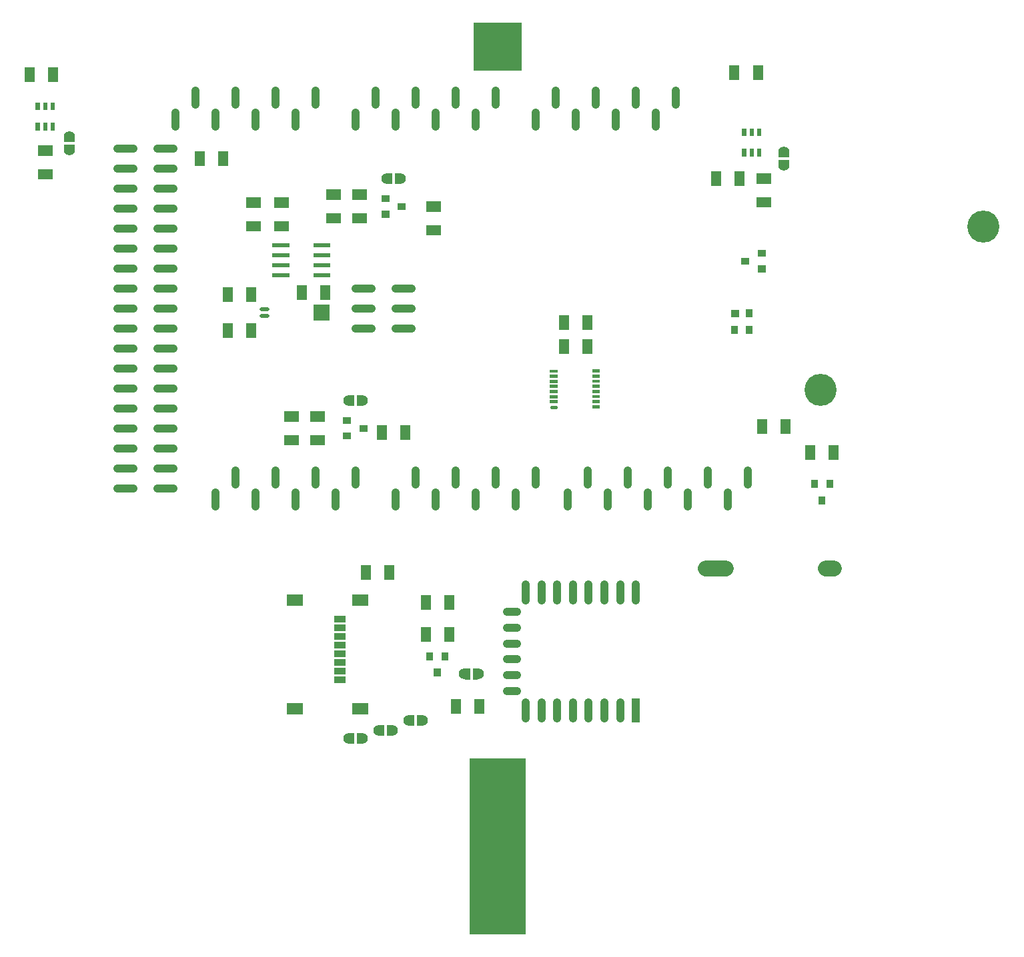
<source format=gbr>
G04 start of page 12 for group -4014 idx -4014 *
G04 Title: Heart, bottompaste *
G04 Creator: pcb 4.0.2 *
G04 CreationDate: Wed Apr  3 09:48:59 2019 UTC *
G04 For: alez *
G04 Format: Gerber/RS-274X *
G04 PCB-Dimensions (mil): 5906.00 5906.00 *
G04 PCB-Coordinate-Origin: lower left *
%MOIN*%
%FSLAX25Y25*%
%LNBOTTOMPASTE*%
%ADD68C,0.1600*%
%ADD67C,0.0800*%
%ADD66C,0.0197*%
%ADD65C,0.0160*%
%ADD64C,0.0400*%
%ADD63C,0.0550*%
%ADD62C,0.0001*%
G54D62*G36*
X415830Y455203D02*X410712D01*
Y447723D01*
X415830D01*
Y455203D01*
G37*
G36*
X427640D02*X422522D01*
Y447723D01*
X427640D01*
Y455203D01*
G37*
G36*
X63654Y454340D02*X58536D01*
Y446860D01*
X63654D01*
Y454340D01*
G37*
G36*
X75464D02*X70346D01*
Y446860D01*
X75464D01*
Y454340D01*
G37*
G36*
X330654Y330340D02*X325536D01*
Y322860D01*
X330654D01*
Y330340D01*
G37*
G36*
X342464D02*X337346D01*
Y322860D01*
X342464D01*
Y330340D01*
G37*
G36*
X418464Y402340D02*X413346D01*
Y394860D01*
X418464D01*
Y402340D01*
G37*
G36*
X406654D02*X401536D01*
Y394860D01*
X406654D01*
Y402340D01*
G37*
G54D63*X438000Y412000D03*
G54D62*G36*
X435250Y411750D02*Y409250D01*
X440750D01*
Y411750D01*
X435250D01*
G37*
G54D63*X438000Y405200D03*
G54D62*G36*
X435250Y407950D02*Y405450D01*
X440750D01*
Y407950D01*
X435250D01*
G37*
G54D63*X81000Y419600D03*
G54D62*G36*
X78250Y419350D02*Y416850D01*
X83750D01*
Y419350D01*
X78250D01*
G37*
G54D63*X81000Y412800D03*
G54D62*G36*
X78250Y415550D02*Y413050D01*
X83750D01*
Y415550D01*
X78250D01*
G37*
G36*
X66342Y436686D02*X64178D01*
Y432750D01*
X66342D01*
Y436686D01*
G37*
G36*
X70082D02*X67918D01*
Y432750D01*
X70082D01*
Y436686D01*
G37*
G36*
X73822D02*X71658D01*
Y432750D01*
X73822D01*
Y436686D01*
G37*
G36*
Y426450D02*X71658D01*
Y422514D01*
X73822D01*
Y426450D01*
G37*
G36*
X70082D02*X67918D01*
Y422514D01*
X70082D01*
Y426450D01*
G37*
G36*
X66342D02*X64178D01*
Y422514D01*
X66342D01*
Y426450D01*
G37*
G54D64*X125000Y243600D02*X133000D01*
X125000Y253600D02*X133000D01*
X125000Y263600D02*X133000D01*
X125000Y273600D02*X133000D01*
X125000Y283600D02*X133000D01*
X125000Y293600D02*X133000D01*
X125000Y303600D02*X133000D01*
X125000Y313600D02*X133000D01*
X125000Y323600D02*X133000D01*
X125000Y333600D02*X133000D01*
X125000Y343600D02*X133000D01*
X125000Y353600D02*X133000D01*
X125000Y363600D02*X133000D01*
X125000Y373600D02*X133000D01*
X125000Y383600D02*X133000D01*
X125000Y393600D02*X133000D01*
X125000Y403600D02*X133000D01*
X125000Y413600D02*X133000D01*
X105000Y243600D02*X113000D01*
X105000Y253600D02*X113000D01*
X105000Y263600D02*X113000D01*
X105000Y273600D02*X113000D01*
X105000Y283600D02*X113000D01*
X105000Y293600D02*X113000D01*
X105000Y303600D02*X113000D01*
X105000Y313600D02*X113000D01*
X105000Y323600D02*X113000D01*
X105000Y333600D02*X113000D01*
X105000Y343600D02*X113000D01*
X105000Y353600D02*X113000D01*
X105000Y363600D02*X113000D01*
X105000Y373600D02*X113000D01*
X105000Y383600D02*X113000D01*
X105000Y393600D02*X113000D01*
X105000Y403600D02*X113000D01*
X105000Y413600D02*X113000D01*
X224000Y323600D02*X232000D01*
X224000Y343600D02*X232000D01*
X224000Y333600D02*X232000D01*
X244000Y343600D02*X252000D01*
X244000Y333600D02*X252000D01*
X244000Y323600D02*X252000D01*
X420000Y252600D02*Y245600D01*
X410000Y241600D02*Y234600D01*
X400000Y252600D02*Y245600D01*
X390000Y241600D02*Y234600D01*
X380000Y252600D02*Y245600D01*
X370000Y241600D02*Y234600D01*
X360000Y252600D02*Y245600D01*
X350000Y241600D02*Y234600D01*
X340000Y252600D02*Y245600D01*
X330000Y241600D02*Y234600D01*
X244000Y241600D02*Y234600D01*
X254000Y252600D02*Y245600D01*
X264000Y241600D02*Y234600D01*
X274000Y252600D02*Y245600D01*
X284000Y241600D02*Y234600D01*
X294000Y252600D02*Y245600D01*
X304000Y241600D02*Y234600D01*
X314000Y252600D02*Y245600D01*
X224000Y252600D02*Y245600D01*
X214000Y241600D02*Y234600D01*
X204000Y252600D02*Y245600D01*
X194000Y241600D02*Y234600D01*
X184000Y252600D02*Y245600D01*
X174000Y241600D02*Y234600D01*
X164000Y252600D02*Y245600D01*
X154000Y241600D02*Y234600D01*
X204000Y442600D02*Y435600D01*
X194000Y431600D02*Y424600D01*
X184000Y442600D02*Y435600D01*
X174000Y431600D02*Y424600D01*
X164000Y442600D02*Y435600D01*
X154000Y431600D02*Y424600D01*
X144000Y442600D02*Y435600D01*
X134000Y431600D02*Y424600D01*
X294000Y442600D02*Y435600D01*
X284000Y431600D02*Y424600D01*
X274000Y442600D02*Y435600D01*
X264000Y431600D02*Y424600D01*
X254000Y442600D02*Y435600D01*
X244000Y431600D02*Y424600D01*
X234000Y442600D02*Y435600D01*
X224000Y431600D02*Y424600D01*
X384000Y442600D02*Y435600D01*
X374000Y431600D02*Y424600D01*
X364000Y442600D02*Y435600D01*
X354000Y431600D02*Y424600D01*
X344000Y442600D02*Y435600D01*
X334000Y431600D02*Y424600D01*
X324000Y442600D02*Y435600D01*
X314000Y431600D02*Y424600D01*
G54D62*G36*
X189783Y190453D02*Y184744D01*
X197658D01*
Y190453D01*
X189783D01*
G37*
G36*
Y136320D02*Y130611D01*
X197658D01*
Y136320D01*
X189783D01*
G37*
G36*
X222461Y190453D02*Y184744D01*
X230335D01*
Y190453D01*
X222461D01*
G37*
G36*
Y136320D02*Y130611D01*
X230335D01*
Y136320D01*
X222461D01*
G37*
G36*
X213209Y179803D02*Y176653D01*
X219115D01*
Y179803D01*
X213209D01*
G37*
G36*
Y175472D02*Y172322D01*
X219115D01*
Y175472D01*
X213209D01*
G37*
G36*
Y171142D02*Y167992D01*
X219115D01*
Y171142D01*
X213209D01*
G37*
G36*
Y166811D02*Y163661D01*
X219115D01*
Y166811D01*
X213209D01*
G37*
G36*
Y162480D02*Y159330D01*
X219115D01*
Y162480D01*
X213209D01*
G37*
G36*
Y158149D02*Y154999D01*
X219115D01*
Y158149D01*
X213209D01*
G37*
G36*
Y153819D02*Y150669D01*
X219115D01*
Y153819D01*
X213209D01*
G37*
G36*
Y149488D02*Y146338D01*
X219115D01*
Y149488D01*
X213209D01*
G37*
G36*
X419342Y423686D02*X417177D01*
Y419750D01*
X419342D01*
Y423686D01*
G37*
G36*
X423082D02*X420918D01*
Y419750D01*
X423082D01*
Y423686D01*
G37*
G36*
X426823D02*X424658D01*
Y419750D01*
X426823D01*
Y423686D01*
G37*
G36*
Y413450D02*X424658D01*
Y409514D01*
X426823D01*
Y413450D01*
G37*
G36*
X423082D02*X420918D01*
Y409514D01*
X423082D01*
Y413450D01*
G37*
G36*
X419342D02*X417177D01*
Y409514D01*
X419342D01*
Y413450D01*
G37*
G54D65*X321900Y284300D02*X324100D01*
G54D62*G36*
X321100Y287700D02*Y286100D01*
X324900D01*
Y287700D01*
X321100D01*
G37*
G36*
Y290200D02*Y288600D01*
X324900D01*
Y290200D01*
X321100D01*
G37*
G36*
Y292800D02*Y291200D01*
X324900D01*
Y292800D01*
X321100D01*
G37*
G36*
Y295400D02*Y293800D01*
X324900D01*
Y295400D01*
X321100D01*
G37*
G36*
Y297900D02*Y296300D01*
X324900D01*
Y297900D01*
X321100D01*
G37*
G36*
Y300500D02*Y298900D01*
X324900D01*
Y300500D01*
X321100D01*
G37*
G36*
Y303000D02*Y301400D01*
X324900D01*
Y303000D01*
X321100D01*
G37*
G36*
X342300Y303100D02*Y301500D01*
X346100D01*
Y303100D01*
X342300D01*
G37*
G36*
Y300500D02*Y298900D01*
X346100D01*
Y300500D01*
X342300D01*
G37*
G36*
Y298000D02*Y296400D01*
X346100D01*
Y298000D01*
X342300D01*
G37*
G36*
Y295400D02*Y293800D01*
X346100D01*
Y295400D01*
X342300D01*
G37*
G36*
Y292800D02*Y291200D01*
X346100D01*
Y292800D01*
X342300D01*
G37*
G36*
Y290300D02*Y288700D01*
X346100D01*
Y290300D01*
X342300D01*
G37*
G36*
Y287700D02*Y286100D01*
X346100D01*
Y287700D01*
X342300D01*
G37*
G36*
Y285200D02*Y283600D01*
X346100D01*
Y285200D01*
X342300D01*
G37*
G36*
X261654Y174340D02*X256536D01*
Y166860D01*
X261654D01*
Y174340D01*
G37*
G36*
X273464D02*X268346D01*
Y166860D01*
X273464D01*
Y174340D01*
G37*
G36*
X262651Y161663D02*X259251D01*
Y157663D01*
X262651D01*
Y161663D01*
G37*
G36*
X270451D02*X267051D01*
Y157663D01*
X270451D01*
Y161663D01*
G37*
G36*
X266551Y153463D02*X263151D01*
Y149463D01*
X266551D01*
Y153463D01*
G37*
G36*
X273464Y190340D02*X268346D01*
Y182860D01*
X273464D01*
Y190340D01*
G37*
G36*
X261654D02*X256536D01*
Y182860D01*
X261654D01*
Y190340D01*
G37*
G36*
X239654Y275340D02*X234536D01*
Y267860D01*
X239654D01*
Y275340D01*
G37*
G36*
X251464D02*X246346D01*
Y267860D01*
X251464D01*
Y275340D01*
G37*
G54D63*X246400Y398600D03*
G54D62*G36*
X246150Y401350D02*X243650D01*
Y395850D01*
X246150D01*
Y401350D01*
G37*
G54D63*X239600Y398600D03*
G54D62*G36*
X242350Y401350D02*X239850D01*
Y395850D01*
X242350D01*
Y401350D01*
G37*
G54D63*X278500Y150700D03*
G54D62*G36*
X281250Y153450D02*X278750D01*
Y147950D01*
X281250D01*
Y153450D01*
G37*
G54D63*X285300Y150700D03*
G54D62*G36*
X285050Y153450D02*X282550D01*
Y147950D01*
X285050D01*
Y153450D01*
G37*
G36*
X222260Y381254D02*Y376136D01*
X229740D01*
Y381254D01*
X222260D01*
G37*
G36*
Y393064D02*Y387946D01*
X229740D01*
Y393064D01*
X222260D01*
G37*
G36*
X236967Y382382D02*Y378982D01*
X240967D01*
Y382382D01*
X236967D01*
G37*
G36*
Y390182D02*Y386782D01*
X240967D01*
Y390182D01*
X236967D01*
G37*
G36*
X245167Y386282D02*Y382882D01*
X249167D01*
Y386282D01*
X245167D01*
G37*
G36*
X209260Y393064D02*Y387946D01*
X216740D01*
Y393064D01*
X209260D01*
G37*
G36*
Y381254D02*Y376136D01*
X216740D01*
Y381254D01*
X209260D01*
G37*
G36*
X259260Y375254D02*Y370136D01*
X266740D01*
Y375254D01*
X259260D01*
G37*
G36*
Y387064D02*Y381946D01*
X266740D01*
Y387064D01*
X259260D01*
G37*
G36*
X201260Y270254D02*Y265136D01*
X208740D01*
Y270254D01*
X201260D01*
G37*
G36*
Y282064D02*Y276946D01*
X208740D01*
Y282064D01*
X201260D01*
G37*
G36*
X217741Y271435D02*Y268035D01*
X221741D01*
Y271435D01*
X217741D01*
G37*
G36*
Y279235D02*Y275835D01*
X221741D01*
Y279235D01*
X217741D01*
G37*
G36*
X225941Y275335D02*Y271935D01*
X229941D01*
Y275335D01*
X225941D01*
G37*
G36*
X188260Y282064D02*Y276946D01*
X195740D01*
Y282064D01*
X188260D01*
G37*
G36*
Y270254D02*Y265136D01*
X195740D01*
Y270254D01*
X188260D01*
G37*
G54D63*X227400Y287600D03*
G54D62*G36*
X227150Y290350D02*X224650D01*
Y284850D01*
X227150D01*
Y290350D01*
G37*
G54D63*X220600Y287600D03*
G54D62*G36*
X223350Y290350D02*X220850D01*
Y284850D01*
X223350D01*
Y290350D01*
G37*
G36*
X330654Y318340D02*X325536D01*
Y310860D01*
X330654D01*
Y318340D01*
G37*
G36*
X342464D02*X337346D01*
Y310860D01*
X342464D01*
Y318340D01*
G37*
G36*
X65260Y403254D02*Y398136D01*
X72740D01*
Y403254D01*
X65260D01*
G37*
G36*
Y415064D02*Y409946D01*
X72740D01*
Y415064D01*
X65260D01*
G37*
G36*
X424260Y389254D02*Y384136D01*
X431740D01*
Y389254D01*
X424260D01*
G37*
G36*
Y401064D02*Y395946D01*
X431740D01*
Y401064D01*
X424260D01*
G37*
G36*
X276654Y138340D02*X271536D01*
Y130860D01*
X276654D01*
Y138340D01*
G37*
G36*
X288464D02*X283346D01*
Y130860D01*
X288464D01*
Y138340D01*
G37*
G36*
X148654Y412340D02*X143536D01*
Y404860D01*
X148654D01*
Y412340D01*
G37*
G36*
X160464D02*X155346D01*
Y404860D01*
X160464D01*
Y412340D01*
G37*
G36*
X182500Y351100D02*Y349100D01*
X191000D01*
Y351100D01*
X182500D01*
G37*
G36*
Y356100D02*Y354100D01*
X191000D01*
Y356100D01*
X182500D01*
G37*
G36*
Y361100D02*Y359100D01*
X191000D01*
Y361100D01*
X182500D01*
G37*
G36*
Y366100D02*Y364100D01*
X191000D01*
Y366100D01*
X182500D01*
G37*
G36*
X203000D02*Y364100D01*
X211500D01*
Y366100D01*
X203000D01*
G37*
G36*
Y361100D02*Y359100D01*
X211500D01*
Y361100D01*
X203000D01*
G37*
G36*
Y356100D02*Y354100D01*
X211500D01*
Y356100D01*
X203000D01*
G37*
G36*
Y351100D02*Y349100D01*
X211500D01*
Y351100D01*
X203000D01*
G37*
G36*
X162654Y326340D02*X157536D01*
Y318860D01*
X162654D01*
Y326340D01*
G37*
G36*
X174464D02*X169346D01*
Y318860D01*
X174464D01*
Y326340D01*
G37*
G36*
X162654Y344340D02*X157536D01*
Y336860D01*
X162654D01*
Y344340D01*
G37*
G36*
X174464D02*X169346D01*
Y336860D01*
X174464D01*
Y344340D01*
G37*
G36*
X183260Y389064D02*Y383946D01*
X190740D01*
Y389064D01*
X183260D01*
G37*
G36*
Y377254D02*Y372136D01*
X190740D01*
Y377254D01*
X183260D01*
G37*
G36*
X199654Y345340D02*X194536D01*
Y337860D01*
X199654D01*
Y345340D01*
G37*
G36*
X211464D02*X206346D01*
Y337860D01*
X211464D01*
Y345340D01*
G37*
G54D66*X177000Y333200D02*X180000D01*
X177000Y330000D02*X180000D01*
G54D62*G36*
X203055Y335537D02*Y327663D01*
X210929D01*
Y335537D01*
X203055D01*
G37*
G36*
X366118Y138450D02*X362118D01*
Y126450D01*
X366118D01*
Y138450D01*
G37*
G54D64*X356244Y136450D02*Y128450D01*
X348370Y136450D02*Y128450D01*
X340496Y136450D02*Y128450D01*
X332622Y136450D02*Y128450D01*
X324748Y136450D02*Y128450D01*
X316874Y136450D02*Y128450D01*
X309000Y136450D02*Y128450D01*
X299552Y142324D02*X304670D01*
X299552Y150198D02*X304670D01*
X299552Y158072D02*X304670D01*
X299552Y165946D02*X304670D01*
X299552Y173820D02*X304670D01*
X299552Y181694D02*X304670D01*
X309000Y195600D02*Y187600D01*
X316874Y195600D02*Y187600D01*
X324748Y195600D02*Y187600D01*
X332622Y195600D02*Y187600D01*
X340496Y195600D02*Y187600D01*
X348370Y195600D02*Y187600D01*
X356244Y195600D02*Y187600D01*
X364118Y195600D02*Y187600D01*
G54D67*X399000Y203600D02*X409000D01*
X459000D02*X463000D01*
G54D62*G36*
X429654Y278340D02*X424536D01*
Y270860D01*
X429654D01*
Y278340D01*
G37*
G36*
X441464D02*X436346D01*
Y270860D01*
X441464D01*
Y278340D01*
G37*
G36*
X454924Y247841D02*X451524D01*
Y243841D01*
X454924D01*
Y247841D01*
G37*
G36*
X462724D02*X459324D01*
Y243841D01*
X462724D01*
Y247841D01*
G37*
G36*
X458824Y239641D02*X455424D01*
Y235641D01*
X458824D01*
Y239641D01*
G37*
G36*
X453654Y265340D02*X448536D01*
Y257860D01*
X453654D01*
Y265340D01*
G37*
G36*
X465464D02*X460346D01*
Y257860D01*
X465464D01*
Y265340D01*
G37*
G36*
X231654Y205340D02*X226536D01*
Y197860D01*
X231654D01*
Y205340D01*
G37*
G36*
X243464D02*X238346D01*
Y197860D01*
X243464D01*
Y205340D01*
G37*
G36*
X424890Y362841D02*Y359441D01*
X428890D01*
Y362841D01*
X424890D01*
G37*
G36*
Y355041D02*Y351641D01*
X428890D01*
Y355041D01*
X424890D01*
G37*
G36*
X416690Y358941D02*Y355541D01*
X420690D01*
Y358941D01*
X416690D01*
G37*
G54D68*X537800Y374400D03*
X456200Y292800D03*
G54D62*G36*
X169260Y389064D02*Y383946D01*
X176740D01*
Y389064D01*
X169260D01*
G37*
G36*
Y377254D02*Y372136D01*
X176740D01*
Y377254D01*
X169260D01*
G37*
G36*
X411825Y332748D02*Y329348D01*
X415525D01*
Y332748D01*
X411825D01*
G37*
G36*
X422325Y333048D02*X418925D01*
Y329048D01*
X422325D01*
Y333048D01*
G37*
G36*
Y324848D02*X418925D01*
Y320848D01*
X422325D01*
Y324848D01*
G37*
G36*
X414925D02*X411525D01*
Y320848D01*
X414925D01*
Y324848D01*
G37*
G36*
X309000Y108600D02*X281000D01*
Y20600D01*
X309000D01*
Y108600D01*
G37*
G36*
X283000Y476600D02*Y452600D01*
X307000D01*
Y476600D01*
X283000D01*
G37*
G54D63*X242400Y122600D03*
G54D62*G36*
X242150Y125350D02*X239650D01*
Y119850D01*
X242150D01*
Y125350D01*
G37*
G54D63*X235600Y122600D03*
G54D62*G36*
X238350Y125350D02*X235850D01*
Y119850D01*
X238350D01*
Y125350D01*
G37*
G54D63*X227400Y118600D03*
G54D62*G36*
X227150Y121350D02*X224650D01*
Y115850D01*
X227150D01*
Y121350D01*
G37*
G54D63*X220600Y118600D03*
G54D62*G36*
X223350Y121350D02*X220850D01*
Y115850D01*
X223350D01*
Y121350D01*
G37*
G54D63*X257400Y127600D03*
G54D62*G36*
X257150Y130350D02*X254650D01*
Y124850D01*
X257150D01*
Y130350D01*
G37*
G54D63*X250600Y127600D03*
G54D62*G36*
X253350Y130350D02*X250850D01*
Y124850D01*
X253350D01*
Y130350D01*
G37*
M02*

</source>
